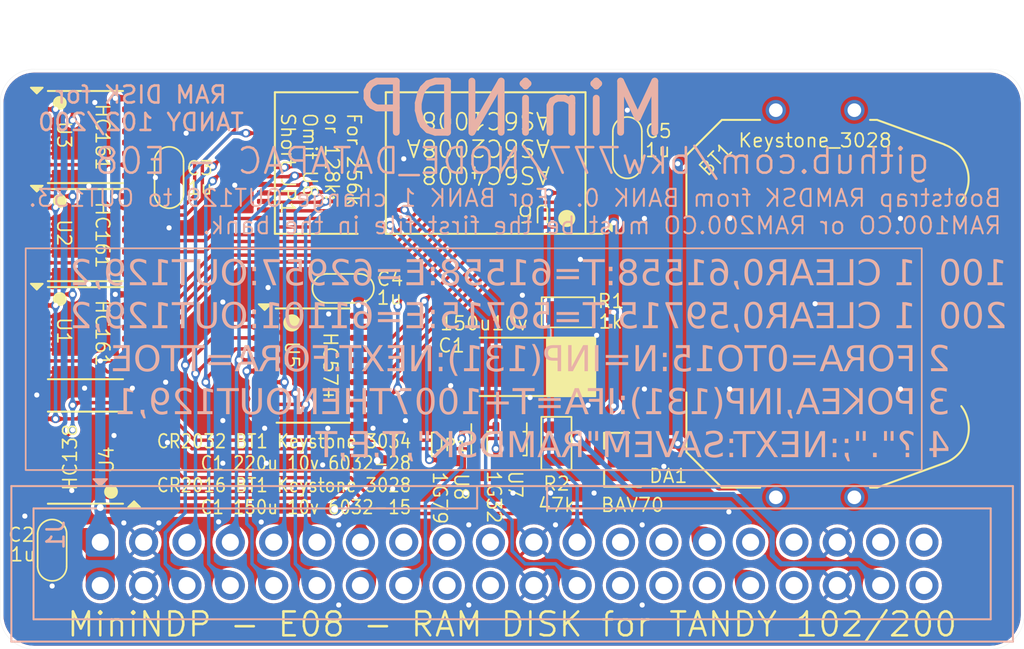
<source format=kicad_pcb>
(kicad_pcb (version 20240108) (generator "pcbnew") (generator_version "8.0")
  (title_block (title "MiniNDP") (date "2024-12-01") (rev "E08") (company "Brian K. White - b.kenyon.w@gmail.com") (comment 1 "github.com/bkw777/NODE_DATAPAC"))
  (layers (0 "F.Cu" signal) (31 "B.Cu" signal) (34 "B.Paste" user) (35 "F.Paste" user) (36 "B.SilkS" user "B.Silkscreen") (37 "F.SilkS" user "F.Silkscreen") (38 "B.Mask" user) (39 "F.Mask" user) (44 "Edge.Cuts" user))
  (net 0 "")
  (net 1 "GND")
  (net 2 "VMEM")
  (net 3 "VBUS")
  (net 4 "/AD0")
  (net 5 "/AD1")
  (net 6 "/AD2")
  (net 7 "/AD3")
  (net 8 "/AD4")
  (net 9 "/AD5")
  (net 10 "/AD6")
  (net 11 "/AD7")
  (net 12 "/A8")
  (net 13 "/A9")
  (net 14 "/A10")
  (net 15 "/A11")
  (net 16 "/A12")
  (net 17 "/A13")
  (net 18 "/A14")
  (net 19 "/A15")
  (net 20 "/~{RD}")
  (net 21 "/RAMRST")
  (net 22 "/~{Y0}")
  (net 23 "/(A)")
  (net 29 "/~{BLOCK}")
  (net 30 "/~{BYTE}")
  (net 31 "/TC0")
  (net 34 "/BUS_A10")
  (net 38 "/A5")
  (net 39 "/A6")
  (net 40 "/TC1")
  (net 41 "/~{CE}")
  (net 42 "/A7")
  (net 43 "+BATT")
  (net 44 "/BUS_A8")
  (net 45 "/BUS_A9")
  (net 46 "/A16")
  (net 47 "/A17")
  (net 48 "/A0")
  (net 49 "/A1")
  (net 50 "/A2")
  (net 51 "/A3")
  (net 52 "/A4")
  (net 65 "/A18_CE2")
  (net 68 "/~{WR}")
  (net 69 "Net-(C1-Pad1)")
  (footprint "000_LOCAL:CP_6032" (layer "F.Cu") (at 153.05 103.475 180)
    (property "Reference" "C1")
    (property "Value" "150u10v")
  )
  (footprint "000_LOCAL:TSSOP-16" (layer "F.Cu") (at 126.95 108.8 180)
    (property "Reference" "U4")
    (property "Value" "HC138")
  )
  (footprint "000_LOCAL:TSSOP-20" (layer "F.Cu") (at 140.3 103.4)
    (property "Reference" "U5")
    (property "Value" "HC574")
  )
  (footprint "000_LOCAL:C_0805" (layer "F.Cu") (at 142.05 98.875 180)
    (property "Reference" "C4")
    (property "Value" "1u")
  )
  (footprint "000_LOCAL:Fiducial_0.75_1.5" (layer "F.Cu") (at 179.95 88.025 180)
    (property "Reference" "F3" (hide yes))
    (property "Value" "Fiducial_0.75_1.5" (hide yes))
  )
  (footprint "000_LOCAL:TSSOP-16" (layer "F.Cu") (at 126.949999 95.75)
    (property "Reference" "U2")
    (property "Value" "HC161")
  )
  (footprint "000_LOCAL:C_0805" (layer "F.Cu") (at 158.7 90.625 90)
    (property "Reference" "C5")
    (property "Value" "1u")
  )
  (footprint "000_LOCAL:R_0805" (layer "F.Cu") (at 155.250002 100.275 180)
    (property "Reference" "R1")
    (property "Value" "1k")
  )
  (footprint "000_LOCAL:SOT-23" (layer "F.Cu") (at 158.1 108.925 180)
    (property "Reference" "DA1")
    (property "Value" "BAV70")
  )
  (footprint "000_LOCAL:SOT-353_SC-70-5" (layer "F.Cu") (at 151.65 107.975 -90)
    (property "Reference" "U7")
    (property "Value" "1G32")
  )
  (footprint "000_LOCAL:SOT-353_SC-70-5" (layer "F.Cu") (at 148.4 108.025 -90)
    (property "Reference" "U8")
    (property "Value" "1G79")
  )
  (footprint "000_LOCAL:R_0805" (layer "F.Cu") (at 154.55 107.975 90)
    (property "Reference" "R2")
    (property "Value" "47k")
  )
  (footprint "000_LOCAL:C_0805" (layer "F.Cu") (at 131.85 92.375 90)
    (property "Reference" "C3")
    (property "Value" "1u")
  )
  (footprint "000_LOCAL:MiniNDP_Cover_THIN" (layer "F.Cu") (at 151.95 103)
    (property "Reference" "N1")
    (property "Value" "MiniNDP_Cover_THIN")
  )
  (footprint "000_LOCAL:TSSOP-16" (layer "F.Cu") (at 126.95 90)
    (property "Reference" "U3")
    (property "Value" "HC161")
  )
  (footprint "000_LOCAL:Fiducial_0.75_1.5" (layer "F.Cu") (at 123.95 118.025)
    (property "Reference" "F3" (hide yes))
    (property "Value" "Fiducial_0.75_1.5" (hide yes))
  )
  (footprint "000_LOCAL:SolderJumper-2_Open 0.65mm" (layer "F.Cu") (at 148.400002 108.975001 180)
    (property "Reference" "JP1")
    (property "Value" "256k" (hide yes))
  )
  (footprint "000_LOCAL:Fiducial_0.75_1.5" (layer "F.Cu") (at 179.95 118.025 90)
    (property "Reference" "F3" (hide yes))
    (property "Value" "Fiducial_0.75_1.5" (hide yes))
  )
  (footprint "000_LOCAL:Keystone_3028_3034" (layer "F.Cu") (at 169.7 99.775 90)
    (property "Reference" "BT1")
    (property "Value" "Keystone_3028")
  )
  (footprint "000_LOCAL:TSOP32-dual" (layer "F.Cu") (at 150.4 91.525 180)
    (property "Reference" "U6")
    (property "Value" "AS6C4008")
  )
  (footprint "000_LOCAL:TSSOP-16" (layer "F.Cu") (at 126.95 101.5)
    (property "Reference" "U1")
    (property "Value" "HC161")
  )
  (footprint "000_LOCAL:C_0805" (layer "F.Cu") (at 125 114.225 -90)
    (property "Reference" "C2")
    (property "Value" "1u")
  )
  (footprint "000_LOCAL:IDC-Header_2x20_P2.54mm_Vertical" (layer "B.Cu") (at 127.82 113.755 -90)
    (property "Reference" "J1")
    (property "Value" "Conn_02x20_Odd_Even")
  )
  (gr_poly (pts (xy 128.064 97.575) (xy 127.864 97.375) (xy 128.264 97.375)) (stroke (width 0.2)) (fill solid) (layer "F.Cu") (net 31))
  (gr_poly (pts (xy 128.064 91.825) (xy 127.864 91.625) (xy 128.264 91.625)) (stroke (width 0.2)) (fill solid) (layer "F.Cu") (net 40))
  (gr_poly (pts (xy 144.493 107.575) (xy 144.693 107.775) (xy 144.293 107.775)) (stroke (width 0.2)) (fill solid) (layer "F.Cu") (net 29))
  (gr_poly (pts (xy 142.95 107.575) (xy 142.95 110.275) (xy 144.1 109.125) (xy 144.1 108.725)) (stroke (width 0.6)) (fill solid) (layer "B.Cu") (net 3))
  (gr_rect (start 123.45 96.525) (end 175.95 109.525) (stroke (width 0.1)) (fill none) (layer "B.SilkS"))
  (gr_line (start 123.95 86.025) (end 179.95 86.025) (stroke (width 0.01)) (layer "Edge.Cuts"))
  (gr_arc (start 121.95 88.025) (mid 122.535786 86.610786) (end 123.95 86.025) (stroke (width 0.01)) (layer "Edge.Cuts"))
  (gr_line (start 179.95 120.025) (end 123.95 120.025) (stroke (width 0.01)) (layer "Edge.Cuts"))
  (gr_arc (start 179.95 86.024999) (mid 181.364214 86.610786) (end 181.950001 88.025) (stroke (width 0.01)) (layer "Edge.Cuts"))
  (gr_line (start 181.95 88.025) (end 181.95 118.025) (stroke (width 0.01)) (layer "Edge.Cuts"))
  (gr_arc (start 181.950001 118.025) (mid 181.364214 119.439214) (end 179.95 120.025001) (stroke (width 0.01)) (layer "Edge.Cuts"))
  (gr_line (start 121.95 118.025) (end 121.95 88.025) (stroke (width 0.01)) (layer "Edge.Cuts"))
  (gr_arc (start 123.95 120.025001) (mid 122.535786 119.439214) (end 121.949999 118.025) (stroke (width 0.01)) (layer "Edge.Cuts"))
  (gr_text "${TITLE}" (at 151.95 88.355 0) (layer "B.SilkS") (effects (font (size 3 3) (thickness 0.4)) (justify mirror)))
  (gr_text "${COMMENT1} - ${REVISION}" (at 151.95 91.403 0) (layer "B.SilkS") (effects (font (size 1.5 1.5)) (justify mirror)))
  (gr_text "Bootstrap RAMDSK from BANK 0.  For BANK 1 change OUT129 to OUT133.\nRAM100.CO or RAM200.CO must be the first file in the bank." (at 180.7 95.775 0) (layer "B.SilkS") (effects (font (size 1 1) (thickness 0.12)) (justify left bottom mirror)))
  (gr_text "100  1 CLEAR0,61558:T=61558:E=62957:OUT129,2\n200  1 CLEAR0,59715:T=59715:E=61101:OUT129,2\n     2 FORA=0TO15:N=INP(131):NEXT:FORA=TTOE\n     3 POKEA,INP(131):IFA=T+1007THENOUT129,1\n     4 ?{dblquote}.{dblquote};:NEXT:SAVEM{dblquote}RAMDSK{dblquote},T,E,T" (at 180.95 109.025 0) (layer "B.SilkS") (effects (font (size 1.5 1.5) (thickness 0.1)) (justify left bottom mirror)))
  (gr_text "RAM DISK for\nTANDY 102/200" (at 130.2 88.325 0) (layer "B.SilkS") (effects (font (size 1 1)) (justify mirror)))
  (gr_text "For 256k\nor 128k:\nOmit U8\nShort JP1" (at 143.15 88.525 270) (layer "F.SilkS") (effects (font (size 0.8 0.8) (thickness 0.1)) (justify left top)))
  (gr_text "CR2032 BT1 Keystone 3034\nC1 220u 10v 6032-28\nCR2016 BT1 Keystone 3028\nC1 150u 10v 6032-15\n" (at 146.1 109.775 0) (layer "F.SilkS") (effects (font (size 0.8 0.7) (thickness 0.1)) (justify right)))
  (gr_text "${TITLE} - ${REVISION} - RAM DISK for TANDY 102/200" (at 151.95 118.575 0) (layer "F.SilkS") (effects (font (size 1.4 1.4))))
  (gr_text "AS6C2008A\nAS6C1008" (at 154.25 91.225 180) (layer "F.SilkS") (effects (font (size 1 1) (thickness 0.1)) (justify left top)))
  (segment (start 123.15 89.675) (end 125.05 89.675) (width 0.2) (layer "F.Cu") (net 1))
  (segment (start 123.15 90.325) (end 125.05 90.325) (width 0.2) (layer "F.Cu") (net 1))
  (segment (start 123.15 95.425) (end 125.05 95.425) (width 0.2) (layer "F.Cu") (net 1))
  (segment (start 123.15 101.825) (end 125.05 101.825) (width 0.2) (layer "F.Cu") (net 1))
  (segment (start 123.15 96.075) (end 125.05 96.075) (width 0.2) (layer "F.Cu") (net 1))
  (segment (start 123.15 101.175) (end 125.05 101.175) (width 0.2) (layer "F.Cu") (net 1))
  (via (at 134.7542 112.5612) (size 0.5) (drill 0.3) (layers "F.Cu" "B.Cu") (net 1))
  (via (at 131.757 107.913) (size 0.5) (drill 0.3) (layers "F.Cu" "B.Cu") (net 1))
  (via (at 141.79 117.438) (size 0.5) (drill 0.3) (layers "F.Cu" "B.Cu") (net 1))
  (via (at 159.57 112.739) (size 0.5) (drill 0.3) (layers "F.Cu" "B.Cu") (net 1))
  (via (at 160.84 109.31) (size 0.5) (drill 0.3) (layers "F.Cu" "B.Cu") (net 1))
  (via (at 169.7 99.775) (size 0.5) (drill 0.3) (layers "F.Cu" "B.Cu") (net 1))
  (via (at 155.95 97.175) (size 0.5) (drill 0.3) (layers "F.Cu" "B.Cu") (net 1))
  (via (at 164.7 94.775) (size 0.5) (drill 0.3) (layers "F.Cu" "B.Cu") (net 1))
  (via (at 137.65 98.825) (size 0.5) (drill 0.3) (layers "F.Cu" "B.Cu") (net 1))
  (via (at 131.85 95.325) (size 0.5) (drill 0.3) (layers "F.Cu" "B.Cu") (net 1))
  (via (at 141.79 112.739) (size 0.5) (drill 0.3) (layers "F.Cu" "B.Cu") (net 1))
  (via (at 129.7 104.725) (size 0.5) (drill 0.3) (layers "F.Cu" "B.Cu") (net 1))
  (via (at 174.7 94.775) (size 0.5) (drill 0.3) (layers "F.Cu" "B.Cu") (net 1))
  (via (at 154.49 112.739) (size 0.5) (drill 0.3) (layers "F.Cu" "B.Cu") (net 1))
  (via (at 124.1 105.125) (size 0.5) (drill 0.3) (layers "F.Cu" "B.Cu") (net 1))
  (via (at 127.5 87.975) (size 0.5) (drill 0.3) (layers "F.Cu" "B.Cu") (net 1))
  (via (at 149.25 110.875) (size 0.5) (drill 0.3) (layers "F.Cu" "B.Cu") (net 1))
  (via (at 159.7 94.775) (size 0.5) (drill 0.3) (layers "F.Cu" "B.Cu") (net 1))
  (via (at 144.95 110.625) (size 0.5) (drill 0.3) (layers "F.Cu" "B.Cu") (net 1))
  (via (at 156.75 110.875) (size 0.5) (drill 0.3) (layers "F.Cu" "B.Cu") (net 1))
  (via (at 159.57 117.438) (size 0.5) (drill 0.3) (layers "F.Cu" "B.Cu") (net 1))
  (via (at 131.65 104.375) (size 0.5) (drill 0.3) (layers "F.Cu" "B.Cu") (net 1))
  (via (at 141.2 100.375) (size 0.5) (drill 0.3) (layers "F.Cu" "B.Cu") (net 1))
  (via (at 131.25 112.625) (size 0.5) (drill 0.3) (layers "F.Cu" "B.Cu") (net 1))
  (via (at 126.9 104.725) (size 0.5) (drill 0.3) (layers "F.Cu" "B.Cu") (net 1))
  (via (at 123.4 112.225) (size 0.5) (drill 0.3) (layers "F.Cu" "B.Cu") (net 1))
  (via (at 145.6 91.275) (size 0.5) (drill 0.3) (layers "F.Cu" "B.Cu") (net 1))
  (via (at 132.85 89.775) (size 0.5) (drill 0.3) (layers "F.Cu" "B.Cu") (net 1))
  (via (at 164.7 104.775) (size 0.5) (drill 0.3) (layers "F.Cu" "B.Cu") (net 1))
  (via (at 129.2 112.625) (size 0.5) (drill 0.3) (layers "F.Cu" "B.Cu") (net 1))
  (via (at 153 105.275) (size 0.5) (drill 0.3) (layers "F.Cu" "B.Cu") (net 1))
  (via (at 135 109.125) (size 0.5) (drill 0.3) (layers "F.Cu" "B.Cu") (net 1))
  (via (at 125 116.325) (size 0.5) (drill 0.3) (layers "F.Cu" "B.Cu") (net 1))
  (via (at 137.45 107.075) (size 0.5) (drill 0.3) (layers "F.Cu" "B.Cu") (net 1))
  (via (at 127.15 92.875) (size 0.5) (drill 0.3) (layers "F.Cu" "B.Cu") (net 1))
  (via (at 135 99.675) (size 0.5) (drill 0.3) (layers "F.Cu" "B.Cu") (net 1))
  (via (at 159.7 104.775) (size 0.5) (drill 0.3) (layers "F.Cu" "B.Cu") (net 1))
  (via (at 137.25 112.575) (size 0.5) (drill 0.3) (layers "F.Cu" "B.Cu") (net 1))
  (via (at 143.8 107.075) (size 0.5) (drill 0.3) (layers "F.Cu" "B.Cu") (net 1))
  (via (at 128.625 107.5) (size 0.5) (drill 0.3) (layers "F.Cu" "B.Cu") (net 1))
  (via (at 127.15 98.625) (size 0.5) (drill 0.3) (layers "F.Cu" "B.Cu") (net 1))
  (via (at 152 110.875) (size 0.5) (drill 0.3) (layers "F.Cu" "B.Cu") (net 1))
  (via (at 135 106.625) (size 0.5) (drill 0.3) (layers "F.Cu" "B.Cu") (net 1))
  (via (at 158.7 88.425) (size 0.5) (drill 0.3) (layers "F.Cu" "B.Cu") (net 1))
  (via (at 141.15 107.075) (size 0.5) (drill 0.3) (layers "F.Cu" "B.Cu") (net 1))
  (via (at 126.15 110.725) (size 0.5) (drill 0.3) (layers "F.Cu" "B.Cu") (net 1))
  (via (at 137.55 109.125) (size 0.5) (drill 0.3) (layers "F.Cu" "B.Cu") (net 1))
  (via (at 148.35 104.575) (size 0.5) (drill 0.3) (layers "F.Cu" "B.Cu") (net 1))
  (via (at 156.4 105.725) (size 0.5) (drill 0.3) (layers "F.Cu" "B.Cu") (net 1))
  (via (at 149.41 112.739) (size 0.5) (drill 0.3) (layers "F.Cu" "B.Cu") (net 1))
  (via (at 174.7 104.775) (size 0.5) (drill 0.3) (layers "F.Cu" "B.Cu") (net 1))
  (via (at 131.05 92.375) (size 0.5) (drill 0.3) (layers "F.Cu" "B.Cu") (net 1))
  (via (at 140.85 109.225) (size 0.5) (drill 0.3) (layers "F.Cu" "B.Cu") (net 1))
  (via (at 156.9 101.625) (size 0.5) (drill 0.3) (layers "F.Cu" "B.Cu") (net 1))
  (via (at 135.7 92.825) (size 0.5) (drill 0.3) (layers "F.Cu" "B.Cu") (net 1))
  (via (at 145.7 106.625) (size 0.5) (drill 0.3) (layers "F.Cu" "B.Cu") (net 1))
  (via (at 154.2 110.875) (size 0.5) (drill 0.3) (layers "F.Cu" "B.Cu") (net 1))
  (via (at 149.41 117.438) (size 0.5) (drill 0.3) (layers "F.Cu" "B.Cu") (net 1))
  (via (at 152.55 99.275) (size 0.5) (drill 0.3) (layers "F.Cu" "B.Cu") (net 1))
  (via (at 164.65 111.977) (size 0.5) (drill 0.3) (layers "F.Cu" "B.Cu") (net 1))
  (segment (start 156.95 108.925) (end 154.55 108.925) (width 0.6) (layer "F.Cu") (net 2))
  (segment (start 157.9 100.275) (end 156.200002 100.275) (width 0.6) (layer "F.Cu") (net 2))
  (segment (start 158.25 91.525) (end 158.7 91.525) (width 0.6) (layer "F.Cu") (net 2))
  (segment (start 158.45 91.775) (end 156.9 91.775) (width 0.3) (layer "F.Cu") (net 2))
  (segment (start 157.9 95.025) (end 157.9 91.875) (width 0.6) (layer "F.Cu") (net 2))
  (segment (start 157.05 108.825) (end 156.95 108.925) (width 0.6) (layer "F.Cu") (net 2))
  (segment (start 157.9 91.875) (end 158.25 91.525) (width 0.6) (layer "F.Cu") (net 2))
  (segment (start 152.3 108.925) (end 154.55 108.925) (width 0.4) (layer "F.Cu") (net 2))
  (segment (start 157.05 106.625) (end 157.05 108.825) (width 0.6) (layer "F.Cu") (net 2))
  (segment (start 158.7 91.525) (end 158.45 91.775) (width 0.3) (layer "F.Cu") (net 2))
  (segment (start 157.9 105.775) (end 157.05 106.625) (width 0.6) (layer "F.Cu") (net 2))
  (via (at 157.9 95.025) (size 0.6) (drill 0.3) (layers "F.Cu" "B.Cu") (net 2))
  (via (at 157.9 100.275) (size 0.6) (drill 0.3) (layers "F.Cu" "B.Cu") (net 2))
  (via (at 157.9 105.775) (size 0.6) (drill 0.3) (layers "F.Cu" "B.Cu") (net 2))
  (segment (start 157.9 105.775) (end 157.9 100.275) (width 0.6) (layer "B.Cu") (net 2))
  (segment (start 157.9 95.025) (end 157.9 100.275) (width 0.6) (layer "B.Cu") (net 2))
  (segment (start 128.7 99.225) (end 129.8 99.225) (width 0.35) (layer "F.Cu") (net 3))
  (segment (start 125 113.325) (end 127.39 113.325) (width 0.8) (layer "F.Cu") (net 3))
  (segment (start 128.25 103.775) (end 129.8 103.775) (width 0.2) (layer "F.Cu") (net 3))
  (segment (start 127.87 111.775) (end 127.82 111.725) (width 0.6) (layer "F.Cu") (net 3))
  (segment (start 124.7 111.225) (end 124.7 113.025) (width 0.6) (layer "F.Cu") (net 3))
  (segment (start 127.39 113.325) (end 127.82 113.755) (width 0.8) (layer "F.Cu") (net 3))
  (segment (start 141.5 111.775) (end 127.87 111.775) (width 0.6) (layer "F.Cu") (net 3))
  (segment (start 142.95 99.875) (end 142.95 100.275) (width 0.4) (layer "F.Cu") (net 3))
  (segment (start 142.95 99.875) (end 142.95 98.875) (width 0.4) (layer "F.Cu") (net 3))
  (segment (start 127.82 103.125) (end 129.8 103.125) (width 0.2) (layer "F.Cu") (net 3))
  (segment (start 129.8 93.474999) (end 129.8 92.275) (width 0.2) (layer "F.Cu") (net 3))
  (segment (start 128.7 93.475) (end 129.799999 93.475) (width 0.35) (layer "F.Cu") (net 3))
  (segment (start 124.7 111.225) (end 124.7 111.075) (width 0.35) (layer "F.Cu") (net 3))
  (segment (start 129.799999 93.475) (end 129.8 93.474999) (width 0.2) (layer "F.Cu") (net 3))
  (segment (start 149.05 109.875) (end 149.05 108.975) (width 0.4) (layer "F.Cu") (net 3))
  (segment (start 141.55 111.825) (end 141.5 111.775) (width 0.6) (layer "F.Cu") (net 3))
  (segment (start 127.82 103.125) (end 127.82 103.345) (width 0.2) (layer "F.Cu") (net 3))
  (segment (start 146.15 109.875) (end 159.25 109.875) (width 0.6) (layer "F.Cu") (net 3))
  (segment (start 129.8 87.725) (end 128.7 87.725) (width 0.35) (layer "F.Cu") (net 3))
  (segment (start 131.85 93.275) (end 131.65 93.475) (width 0.35) (layer "F.Cu") (net 3))
  (segment (start 127.82 103.345) (end 128.25 103.775) (width 0.2) (layer "F.Cu") (net 3))
  (segment (start 129.799999 99.224999) (end 129.8 99.225) (width 0.2) (layer "F.Cu") (net 3))
  (segment (start 124.7 113.025) (end 125 113.325) (width 0.6) (layer "F.Cu") (net 3))
  (segment (start 129.799999 98.025) (end 129.799999 99.224999) (width 0.2) (layer "F.Cu") (net 3))
  (segment (start 127.82 113.755) (end 127.82 116.295) (width 1.7) (layer "F.Cu") (net 3))
  (segment (start 131.65 93.475) (end 129.799999 93.475) (width 0.35) (layer "F.Cu") (net 3))
  (segment (start 144.05 108.975) (end 145.25 108.975) (width 0.6) (layer "F.Cu") (net 3))
  (segment (start 145.25 108.975) (end 146.15 109.875) (width 0.6) (layer "F.Cu") (net 3))
  (segment (start 142.95 100.275) (end 143.15 100.475) (width 0.35) (layer "F.Cu") (net 3))
  (segment (start 124.7 111.075) (end 124.1 111.075) (width 0.35) (layer "F.Cu") (net 3))
  (segment (start 124.1 103.125) (end 127.82 103.125) (width 0.2) (layer "F.Cu") (net 3))
  (via (at 127.82 103.125) (size 0.6) (drill 0.3) (layers "F.Cu" "B.Cu") (net 3))
  (via (at 128.7 87.725) (size 0.6) (drill 0.3) (layers "F.Cu" "B.Cu") (net 3))
  (via (at 128.7 93.475) (size 0.6) (drill 0.3) (layers "F.Cu" "B.Cu") (net 3))
  (via (at 127.82 111.725) (size 0.7) (drill 0.4) (layers "F.Cu" "B.Cu") (net 3))
  (via (at 141.55 111.825) (size 0.7) (drill 0.4) (layers "F.Cu" "B.Cu") (net 3))
  (via (at 142.95 99.875) (size 0.6) (drill 0.3) (layers "F.Cu" "B.Cu") (net 3))
  (via (at 144.05 108.975) (size 0.7) (drill 0.4) (layers "F.Cu" "B.Cu") (net 3))
  (via (at 128.7 99.225) (size 0.6) (drill 0.3) (layers "F.Cu" "B.Cu") (net 3))
  (segment (start 144.1 109.275) (end 144.1 108.725) (width 0.6) (layer "B.Cu") (net 3))
  (segment (start 144.1 108.725) (end 142.95 107.575) (width 0.6) (layer "B.Cu") (net 3))
  (segment (start 128.7 102.245) (end 127.82 103.125) (width 0.6) (layer "B.Cu") (net 3))
  (segment (start 128.7 87.725) (end 128.7 99.225) (width 0.6) (layer "B.Cu") (net 3))
  (segment (start 127.82 111.725) (end 127.82 113.755) (width 0.6) (layer "B.Cu") (net 3))
  (segment (start 128.7 99.225) (end 128.7 102.245) (width 0.6) (layer "B.Cu") (net 3))
  (segment (start 141.55 111.825) (end 144.1 109.275) (width 0.6) (layer "B.Cu") (net 3))
  (segment (start 142.95 107.575) (end 142.95 99.875) (width 0.6) (layer "B.Cu") (net 3))
  (segment (start 127.82 111.725) (end 127.82 103.15) (width 0.6) (layer "B.Cu") (net 3))
  (segment (start 135.05 101.125) (end 137.45 101.125) (width 0.2) (layer "F.Cu") (net 4))
  (segment (start 143.9 89.775) (end 137.4 89.775) (width 0.2) (layer "F.Cu") (net 4))
  (segment (start 137.4 89.775) (end 136.35 89.775) (width 0.2) (layer "F.Cu") (net 4))
  (segment (start 132.8 103.375) (end 135.05 101.125) (width 0.2) (layer "F.Cu") (net 4))
  (via (at 136.35 89.775) (size 0.5) (drill 0.3) (layers "F.Cu" "B.Cu") (net 4))
  (via (at 132.8 103.375) (size 0.5) (drill 0.3) (layers "F.Cu" "B.Cu") (net 4))
  (segment (start 132.8 103.375) (end 132.8 112.025) (width 0.2) (layer "B.Cu") (net 4))
  (segment (start 131.63 113.195) (end 131.63 115.025) (width 0.2) (layer "B.Cu") (net 4))
  (segment (start 136.35 89.775) (end 135.5 89.775) (width 0.2) (layer "B.Cu") (net 4))
  (segment (start 132.8 112.025) (end 131.63 113.195) (width 0.2) (layer "B.Cu") (net 4))
  (segment (start 135.5 89.775) (end 132.8 92.475) (width 0.2) (layer "B.Cu") (net 4))
  (segment (start 132.8 92.475) (end 132.8 103.375) (width 0.2) (layer "B.Cu") (net 4))
  (segment (start 131.63 115.025) (end 132.9 116.295) (width 0.2) (layer "B.Cu") (net 4))
  (segment (start 135.5 101.775) (end 137.45 101.775) (width 0.2) (layer "F.Cu") (net 5))
  (segment (start 134.4 91.725) (end 135.8 90.325) (width 0.2) (layer "F.Cu") (net 5))
  (segment (start 137.425 90.275) (end 143.9 90.275) (width 0.2) (layer "F.Cu") (net 5))
  (segment (start 135.8 90.325) (end 137.375 90.325) (width 0.2) (layer "F.Cu") (net 5))
  (segment (start 133.4 103.875) (end 135.5 101.775) (width 0.2) (layer "F.Cu") (net 5))
  (segment (start 137.375 90.325) (end 137.425 90.275) (width 0.2) (layer "F.Cu") (net 5))
  (via (at 133.4 103.875) (size 0.5) (drill 0.3) (layers "F.Cu" "B.Cu") (net 5))
  (via (at 134.4 91.725) (size 0.5) (drill 0.3) (layers "F.Cu" "B.Cu") (net 5))
  (segment (start 134.4 91.725) (end 133.4 92.725) (width 0.2) (layer "B.Cu") (net 5))
  (segment (start 133.4 92.725) (end 133.4 103.875) (width 0.2) (layer "B.Cu") (net 5))
  (segment (start 133.4 113.255) (end 132.9 113.755) (width 0.2) (layer "B.Cu") (net 5))
  (segment (start 133.4 103.875) (end 133.4 113.255) (width 0.2) (layer "B.Cu") (net 5))
  (segment (start 136.15 90.825) (end 137.35 90.825) (width 0.2) (layer "F.Cu") (net 6))
  (segment (start 135.75 102.425) (end 137.45 102.425) (width 0.2) (layer "F.Cu") (net 6))
  (segment (start 134.4 92.575) (end 136.15 90.825) (width 0.2) (layer "F.Cu") (net 6))
  (segment (start 143.85 90.725) (end 143.9 90.775) (width 0.2) (layer "F.Cu") (net 6))
  (segment (start 137.45 90.725) (end 143.85 90.725) (width 0.2) (layer "F.Cu") (net 6))
  (segment (start 134 104.175) (end 135.75 102.425) (width 0.2) (layer "F.Cu") (net 6))
  (segment (start 137.35 90.825) (end 137.45 90.725) (width 0.2) (layer "F.Cu") (net 6))
  (segment (start 134 104.375) (end 134 104.175) (width 0.2) (layer "F.Cu") (net 6))
  (via (at 134 104.375) (size 0.5) (drill 0.3) (layers "F.Cu" "B.Cu") (net 6))
  (via (at 134.4 92.575) (size 0.5) (drill 0.3) (layers "F.Cu" "B.Cu") (net 6))
  (segment (start 134 104.375) (end 134.17 104.545) (width 0.2) (layer "B.Cu") (net 6))
  (segment (start 134.17 115.025) (end 135.44 116.295) (width 0.2) (layer "B.Cu") (net 6))
  (segment (start 134.17 104.545) (end 134.17 115.025) (width 0.2) (layer "B.Cu") (net 6))
  (segment (start 134.4 92.575) (end 134 92.975) (width 0.2) (layer "B.Cu") (net 6))
  (segment (start 134 92.975) (end 134 104.375) (width 0.2) (layer "B.Cu") (net 6))
  (segment (start 135.95 103.075) (end 137.45 103.075) (width 0.2) (layer "F.Cu") (net 7))
  (segment (start 138.6625 91.725) (end 143.85 91.725) (width 0.2) (layer "F.Cu") (net 7))
  (segment (start 137.4 91.775) (end 138.6125 91.775) (width 0.2) (layer "F.Cu") (net 7))
  (segment (start 143.85 91.725) (end 143.9 91.775) (width 0.2) (layer "F.Cu") (net 7))
  (segment (start 138.6125 91.775) (end 138.6625 91.725) (width 0.2) (layer "F.Cu") (net 7))
  (via (at 138.6125 91.775) (size 0.5) (drill 0.3) (layers "F.Cu" "B.Cu") (net 7))
  (via (at 135.95 103.075) (size 0.5) (drill 0.3) (layers "F.Cu" "B.Cu") (net 7))
  (segment (start 135.95 103.075) (end 135.8 103.225) (width 0.2) (layer "B.Cu") (net 7))
  (segment (start 135.8 103.225) (end 135.8 113.395) (width 0.2) (layer "B.Cu") (net 7))
  (segment (start 135.8 113.395) (end 135.44 113.755) (width 0.2) (layer "B.Cu") (net 7))
  (segment (start 135.95 103.075) (end 135.95 94.4375) (width 0.2) (layer "B.Cu") (net 7))
  (segment (start 135.95 94.4375) (end 138.6125 91.775) (width 0.2) (layer "B.Cu") (net 7))
  (segment (start 139.1625 92.325) (end 139.2625 92.225) (width 0.2) (layer "F.Cu") (net 8))
  (segment (start 137.4 92.275) (end 137.45 92.325) (width 0.2) (layer "F.Cu") (net 8))
  (segment (start 143.85 92.225) (end 143.9 92.275) (width 0.2) (layer "F.Cu") (net 8))
  (segment (start 139.2625 92.225) (end 143.85 92.225) (width 0.2) (layer "F.Cu") (net 8))
  (segment (start 137.45 92.325) (end 139.1625 92.325) (width 0.2) (layer "F.Cu") (net 8))
  (segment (start 136.4 103.725) (end 137.45 103.725) (width 0.2) (layer "F.Cu") (net 8))
  (via (at 136.4 103.725) (size 0.5) (drill 0.3) (layers "F.Cu" "B.Cu") (net 8))
  (via (at 139.2125 92.275) (size 0.5) (drill 0.3) (layers "F.Cu" "B.Cu") (net 8))
  (segment (start 136.55 94.9375) (end 139.2125 92.275) (width 0.2) (layer "B.Cu") (net 8))
  (segment (start 136.55 103.575) (end 136.55 94.9375) (width 0.2) (layer "B.Cu") (net 8))
  (segment (start 136.4 103.725) (end 136.4 112.675) (width 0.2) (layer "B.Cu") (net 8))
  (segment (start 136.71 115.025) (end 137.98 116.295) (width 0.2) (layer "B.Cu") (net 8))
  (segment (start 136.4 112.675) (end 136.71 112.985) (width 0.2) (layer "B.Cu") (net 8))
  (segment (start 136.71 112.985) (end 136.71 115.025) (width 0.2) (layer "B.Cu") (net 8))
  (segment (start 136.4 103.725) (end 136.55 103.575) (width 0.2) (layer "B.Cu") (net 8))
  (segment (start 143.85 92.725) (end 143.9 92.775) (width 0.2) (layer "F.Cu") (net 9))
  (segment (start 139.7625 92.825) (end 139.8625 92.725) (width 0.2) (layer "F.Cu") (net 9))
  (segment (start 137.4 92.775) (end 137.45 92.825) (width 0.2) (layer "F.Cu") (net 9))
  (segment (start 138.615 104.375) (end 137.45 104.375) (width 0.2) (layer "F.Cu") (net 9))
  (segment (start 139.8625 92.725) (end 143.85 92.725) (width 0.2) (layer "F.Cu") (net 9))
  (segment (start 137.45 92.825) (end 139.7625 92.825) (width 0.2) (layer "F.Cu") (net 9))
  (via (at 138.615 104.375) (size 0.5) (drill 0.3) (layers "F.Cu" "B.Cu") (net 9))
  (via (at 139.8125 92.775) (size 0.5) (drill 0.3) (layers "F.Cu" "B.Cu") (net 9))
  (segment (start 138.615 113.12) (end 137.98 113.755) (width 0.2) (layer "B.Cu") (net 9))
  (segment (start 138.615 93.9725) (end 138.615 104.375) (width 0.2) (layer "B.Cu") (net 9))
  (segment (start 139.8125 92.775) (end 138.615 93.9725) (width 0.2) (layer "B.Cu") (net 9))
  (segment (start 138.615 104.375) (end 138.615 113.12) (width 0.2) (layer "B.Cu") (net 9))
  (segment (start 139.25 105.025) (end 137.45 105.025) (width 0.2) (layer "F.Cu") (net 10))
  (segment (start 137.45 93.325) (end 137.4 93.275) (width 0.2) (layer "F.Cu") (net 10))
  (segment (start 140.3625 93.325) (end 137.45 93.325) (width 0.2) (layer "F.Cu") (net 10))
  (segment (start 143.9 93.275) (end 143.85 93.225) (width 0.2) (layer "F.Cu") (net 10))
  (segment (start 140.4125 93.275) (end 140.3625 93.325) (width 0.2) (layer "F.Cu") (net 10))
  (segment (start 143.85 93.225) (end 140.4625 93.225) (width 0.2) (layer "F.Cu") (net 10))
  (segment (start 140.4625 93.225) (end 140.4125 93.275) (width 0.2) (layer "F.Cu") (net 10))
  (via (at 140.4125 93.275) (size 0.5) (drill 0.3) (layers "F.Cu" "B.Cu") (net 10))
  (via (at 139.25 105.025) (size 0.5) (drill 0.3) (layers "F.Cu" "B.Cu") (net 10))
  (segment (start 139.25 94.4375) (end 140.4125 93.275) (width 0.2) (layer "B.Cu") (net 10))
  (segment (start 139.25 105.025) (end 139.25 94.4375) (width 0.2) (layer "B.Cu") (net 10))
  (segment (start 139.25 115.025) (end 140.52 116.295) (width 0.2) (layer "B.Cu") (net 10))
  (segment (start 139.25 105.025) (end 139.25 115.025) (width 0.2) (layer "B.Cu") (net 10))
  (segment (start 137.45 93.825) (end 137.4 93.775) (width 0.2) (layer "F.Cu") (net 11))
  (segment (start 140.9625 93.825) (end 137.45 93.825) (width 0.2) (layer "F.Cu") (net 11))
  (segment (start 139.85 105.675) (end 137.45 105.675) (width 0.2) (layer "F.Cu") (net 11))
  (segment (start 141.0125 93.775) (end 140.9625 93.825) (width 0.2) (layer "F.Cu") (net 11))
  (segment (start 143.9 93.775) (end 141.0125 93.775) (width 0.2) (layer "F.Cu") (net 11))
  (via (at 139.85 105.675) (size 0.5) (drill 0.3) (layers "F.Cu" "B.Cu") (net 11))
  (via (at 141.0125 93.775) (size 0.5) (drill 0.3) (layers "F.Cu" "B.Cu") (net 11))
  (segment (start 139.85 105.675) (end 139.85 94.9375) (width 0.2) (layer "B.Cu") (net 11))
  (segment (start 139.85 105.675) (end 139.85 113.085) (width 0.2) (layer "B.Cu") (net 11))
  (segment (start 139.85 113.085) (end 140.52 113.755) (width 0.2) (layer "B.Cu") (net 11))
  (segment (start 139.85 94.9375) (end 141.0125 93.775) (width 0.2) (layer "B.Cu") (net 11))
  (segment (start 137.4 87.775) (end 132.25 87.775) (width 0.2) (layer "F.Cu") (net 12))
  (segment (start 143.9 87.775) (end 137.4 87.775) (width 0.2) (layer "F.Cu") (net 12))
  (segment (start 131 89.025) (end 129.8 89.025) (width 0.2) (layer "F.Cu") (net 12))
  (segment (start 132.25 87.775) (end 131 89.025) (width 0.2) (layer "F.Cu") (net 12))
  (segment (start 131.1 89.675) (end 129.8 89.675) (width 0.2) (layer "F.Cu") (net 13))
  (segment (start 132.5 88.275) (end 131.1 89.675) (width 0.2) (layer "F.Cu") (net 13))
  (segment (start 137.4 88.275) (end 132.5 88.275) (width 0.2) (layer "F.Cu") (net 13))
  (segment (start 143.9 88.275) (end 137.4 88.275) (width 0.2) (layer "F.Cu") (net 13))
  (segment (start 144.25 100.825) (end 144.25 99.525) (width 0.2) (layer "F.Cu") (net 14))
  (segment (start 143.95 101.125) (end 144.25 100.825) (width 0.2) (layer "F.Cu") (net 14))
  (segment (start 153.5 90.275) (end 156.9 90.275) (width 0.2) (layer "F.Cu") (net 14))
  (segment (start 143.15 101.125) (end 143.95 101.125) (width 0.2) (layer "F.Cu") (net 14))
  (segment (start 144.25 99.525) (end 153.5 90.275) (width 0.2) (layer "F.Cu") (net 14))
  (segment (start 153.6 90.775) (end 156.9 90.775) (width 0.2) (layer "F.Cu") (net 15))
  (segment (start 143.95 101.775) (end 144.65 101.075) (width 0.2) (layer "F.Cu") (net 15))
  (segment (start 143.15 101.775) (end 143.95 101.775) (width 0.2) (layer "F.Cu") (net 15))
  (segment (start 144.65 101.075) (end 144.65 99.725) (width 0.2) (layer "F.Cu") (net 15))
  (segment (start 144.65 99.725) (end 153.6 90.775) (width 0.2) (layer "F.Cu") (net 15))
  (segment (start 153.3 92.275) (end 156.9 92.275) (width 0.2) (layer "F.Cu") (net 16))
  (segment (start 146 100.675) (end 146 99.575) (width 0.2) (layer "F.Cu") (net 16))
  (segment (start 143.15 102.425) (end 144.25 102.425) (width 0.2) (layer "F.Cu") (net 16))
  (segment (start 146 99.575) (end 153.3 92.275) (width 0.2) (layer "F.Cu") (net 16))
  (segment (start 144.25 102.425) (end 146 100.675) (width 0.2) (layer "F.Cu") (net 16))
  (segment (start 153.45 93.825) (end 156.85 93.825) (width 0.2) (layer "F.Cu") (net 17))
  (segment (start 144.2 103.075) (end 153.45 93.825) (width 0.2) (layer "F.Cu") (net 17))
  (segment (start 143.15 103.075) (end 144.2 103.075) (width 0.2) (layer "F.Cu") (net 17))
  (segment (start 156.85 93.825) (end 156.9 93.775) (width 0.2) (layer "F.Cu") (net 17))
  (segment (start 153.6 94.275) (end 156.9 94.275) (width 0.2) (layer "F.Cu") (net 18))
  (segment (start 144.15 103.725) (end 153.6 94.275) (width 0.2) (layer "F.Cu") (net 18))
  (segment (start 143.15 103.725) (end 144.15 103.725) (width 0.2) (layer "F.Cu") (net 18))
  (segment (start 143.15 104.375) (end 144.096078 104.375) (width 0.2) (layer "F.Cu") (net 19))
  (segment (start 144.096078 104.375) (end 153.696078 94.775) (width 0.2) (layer "F.Cu") (net 19))
  (segment (start 153.696078 94.775) (end 156.9 94.775) (width 0.2) (layer "F.Cu") (net 19))
  (segment (start 144.75 95.225) (end 144.8 95.175) (width 0.2) (layer "F.Cu") (net 20))
  (segment (start 143.9 95.275) (end 143.95 95.225) (width 0.2) (layer "F.Cu") (net 20))
  (segment (start 143.95 95.225) (end 144.75 95.225) (width 0.2) (layer "F.Cu") (net 20))
  (segment (start 137.4 95.275) (end 143.9 95.275) (width 0.2) (layer "F.Cu") (net 20))
  (via (at 144.8 95.175) (size 0.5) (drill 0.3) (layers "F.Cu" "B.Cu") (net 20))
  (segment (start 155.76 116.295) (end 154.49 115.025) (width 0.2) (layer "B.Cu") (net 20))
  (segment (start 150.4 100.775) (end 144.8 95.175) (width 0.2) (layer "B.Cu") (net 20))
  (segment (start 154.49 115.025) (end 152.712 115.025) (width 0.2) (layer "B.Cu") (net 20))
  (segment (start 152.712 115.025) (end 151.95 114.263) (width 0.2) (layer "B.Cu") (net 20))
  (segment (start 151.95 112.485) (end 150.4 110.935) (width 0.2) (layer "B.Cu") (net 20))
  (segment (start 150.4 110.935) (end 150.4 100.775) (width 0.2) (layer "B.Cu") (net 20))
  (segment (start 151.95 114.263) (end 151.95 112.485) (width 0.2) (layer "B.Cu") (net 20))
  (segment (start 154.55 107.025) (end 152.3 107.025) (width 0.3) (layer "F.Cu") (net 21))
  (segment (start 155.8 107.65) (end 155.175 107.025) (width 0.3) (layer "F.Cu") (net 21))
  (segment (start 155.175 107.025) (end 154.55 107.025) (width 0.3) (layer "F.Cu") (net 21))
  (via (at 155.8 107.65) (size 0.5) (drill 0.3) (layers "F.Cu" "B.Cu") (net 21))
  (segment (start 167.19 113.247) (end 164.904 110.961) (width 0.3) (layer "B.Cu") (net 21))
  (segment (start 167.19 114.517) (end 167.19 113.247) (width 0.3) (layer "B.Cu") (net 21))
  (segment (start 159.111 110.961) (end 155.8 107.65) (width 0.3) (layer "B.Cu") (net 21))
  (segment (start 167.698 115.025) (end 167.19 114.517) (width 0.3) (layer "B.Cu") (net 21))
  (segment (start 173.54 116.295) (end 172.27 115.025) (width 0.3) (layer "B.Cu") (net 21))
  (segment (start 164.904 110.961) (end 159.111 110.961) (width 0.3) (layer "B.Cu") (net 21))
  (segment (start 172.27 115.025) (end 167.698 115.025) (width 0.3) (layer "B.Cu") (net 21))
  (segment (start 131.15 109.125) (end 132.4 110.375) (width 0.2) (layer "F.Cu") (net 22))
  (segment (start 161.7 112.075) (end 163.38 113.755) (width 0.2) (layer "F.Cu") (net 22))
  (segment (start 132.4 110.375) (end 142.3 110.375) (width 0.2) (layer "F.Cu") (net 22))
  (segment (start 142.3 110.375) (end 144 112.075) (width 0.2) (layer "F.Cu") (net 22))
  (segment (start 129.8 109.125) (end 131.15 109.125) (width 0.2) (layer "F.Cu") (net 22))
  (segment (start 144 112.075) (end 161.7 112.075) (width 0.2) (layer "F.Cu") (net 22))
  (segment (start 163.95 112.425) (end 164.65 113.125) (width 0.2) (layer "F.Cu") (net 23))
  (segment (start 132.675 109.975) (end 142.5 109.975) (width 0.2) (layer "F.Cu") (net 23))
  (segment (start 164.65 115.025) (end 165.92 116.295) (width 0.2) (layer "F.Cu") (net 23))
  (segment (start 130.525 107.825) (end 132.675 109.975) (width 0.2) (layer "F.Cu") (net 23))
  (segment (start 164.65 113.125) (end 164.65 115.025) (width 0.2) (layer "F.Cu") (net 23))
  (segment (start 162.2 111.675) (end 162.95 112.425) (width 0.2) (layer "F.Cu") (net 23))
  (segment (start 162.95 112.425) (end 163.95 112.425) (width 0.2) (layer "F.Cu") (net 23))
  (segment (start 144.2 111.675) (end 162.2 111.675) (width 0.2) (layer "F.Cu") (net 23))
  (segment (start 129.8 107.825) (end 130.525 107.825) (width 0.2) (layer "F.Cu") (net 23))
  (segment (start 142.5 109.975) (end 144.2 111.675) (width 0.2) (layer "F.Cu") (net 23))
  (segment (start 144.493 106.668) (end 144.2 106.375) (width 0.2) (layer "F.Cu") (net 29))
  (segment (start 126.35 105.575) (end 131.15 105.575) (width 0.2) (layer "F.Cu") (net 29))
  (segment (start 148.05 107.775) (end 148.4 107.425) (width 0.2) (layer "F.Cu") (net 29))
  (segment (start 144.593 107.775) (end 148.05 107.775) (width 0.2) (layer "F.Cu") (net 29))
  (segment (start 133.35 107.775) (end 144.393 107.775) (width 0.2) (layer "F.Cu") (net 29))
  (segment (start 126.2 99.225) (end 124.1 99.225) (width 0.2) (layer "F.Cu") (net 29))
  (segment (start 125.6 107.775) (end 124.15 107.775) (width 0.2) (layer "F.Cu") (net 29))
  (segment (start 131.15 105.575) (end 133.35 107.775) (width 0.2) (layer "F.Cu") (net 29))
  (segment (start 124.15 107.775) (end 124.1 107.825) (width 0.2) (layer "F.Cu") (net 29))
  (segment (start 126.2 105.725) (end 126.35 105.575) (width 0.2) (layer "F.Cu") (net 29))
  (segment (start 125.475 87.725) (end 124.1 87.725) (width 0.2) (layer "F.Cu") (net 29))
  (segment (start 126.2 107.175) (end 125.6 107.775) (width 0.2) (layer "F.Cu") (net 29))
  (segment (start 124.099999 93.475) (end 126.2 93.475) (width 0.2) (layer "F.Cu") (net 29))
  (segment (start 144.493 107.675) (end 144.593 107.775) (width 0.2) (layer "F.Cu") (net 29))
  (segment (start 143.2 106.375) (end 143.15 106.325) (width 0.2) (layer "F.Cu") (net 29))
  (segment (start 144.2 106.375) (end 143.2 106.375) (width 0.2) (layer "F.Cu") (net 29))
  (segment (start 126.2 89.025) (end 126.2 88.45) (width 0.2) (layer "F.Cu") (net 29))
  (segment (start 126.2 88.45) (end 125.475 87.725) (width 0.2) (layer "F.Cu") (net 29))
  (segment (start 144.493 107.675) (end 144.493 106.668) (width 0.2) (layer "F.Cu") (net 29))
  (segment (start 144.393 107.775) (end 144.493 107.675) (width 0.2) (layer "F.Cu") (net 29))
  (segment (start 148.4 107.425) (end 148.4 107.075001) (width 0.2) (layer "F.Cu") (net 29))
  (via (at 126.2 89.025) (size 0.5) (drill 0.3) (layers "F.Cu" "B.Cu") (net 29))
  (via (at 126.2 99.225) (size 0.5) (drill 0.3) (layers "F.Cu" "B.Cu") (net 29))
  (via (at 126.2 105.725) (size 0.5) (drill 0.3) (layers "F.Cu" "B.Cu") (net 29))
  (via (at 126.2 107.175) (size 0.5) (drill 0.3) (layers "F.Cu" "B.Cu") (net 29))
  (via (at 126.2 93.475) (size 0.5) (drill 0.3) (layers "F.Cu" "B.Cu") (net 29))
  (segment (start 126.2 99.225) (end 126.2 93.475) (width 0.2) (layer "B.Cu") (net 29))
  (segment (start 126.2 93.475) (end 126.2 89.025) (width 0.2) (layer "B.Cu") (net 29))
  (segment (start 126.2 99.225) (end 126.2 105.725) (width 0.2) (layer "B.Cu") (net 29))
  (segment (start 126.2 107.175) (end 126.2 105.725) (width 0.2) (layer "B.Cu") (net 29))
  (segment (start 151.4 107.675) (end 151.65 107.425) (width 0.2) (layer "F.Cu") (net 30))
  (segment (start 126.45 106.525) (end 127 105.975) (width 0.2) (layer "F.Cu") (net 30))
  (segment (start 124.1 88.375) (end 125.2 88.375) (width 0.2) (layer "F.Cu") (net 30))
  (segment (start 125.2 106.525) (end 126.45 106.525) (width 0.2) (layer "F.Cu") (net 30))
  (segment (start 149.95 108.275) (end 150.55 107.675) (width 0.2) (layer "F.Cu") (net 30))
  (segment (start 130.9 105.975) (end 133.2 108.275) (width 0.2) (layer "F.Cu") (net 30))
  (segment (start 151.65 107.425) (end 151.65 107.025001) (width 0.2) (layer "F.Cu") (net 30))
  (segment (start 133.2 108.275) (end 149.95 108.275) (width 0.2) (layer "F.Cu") (net 30))
  (segment (start 127 105.975) (end 130.9 105.975) (width 0.2) (layer "F.Cu") (net 30))
  (segment (start 125.2 106.525) (end 124.1 106.525) (width 0.2) (layer "F.Cu") (net 30))
  (segment (start 124.1 99.875) (end 125.2 99.875) (width 0.2) (layer "F.Cu") (net 30))
  (segment (start 150.55 107.675) (end 151.4 107.675) (width 0.2) (layer "F.Cu") (net 30))
  (segment (start 124.099999 94.125) (end 125.2 94.125) (width 0.2) (layer "F.Cu") (net 30))
  (via (at 125.2 88.375) (size 0.5) (drill 0.3) (layers "F.Cu" "B.Cu") (net 30))
  (via (at 125.2 106.525) (size 0.5) (drill 0.3) (layers "F.Cu" "B.Cu") (net 30))
  (via (at 125.2 99.875) (size 0.5) (drill 0.3) (layers "F.Cu" "B.Cu") (net 30))
  (via (at 125.2 94.125) (size 0.5) (drill 0.3) (layers "F.Cu" "B.Cu") (net 30))
  (segment (start 125.2 99.875) (end 125.2 94.125) (width 0.2) (layer "B.Cu") (net 30))
  (segment (start 125.2 106.525) (end 125.2 99.875) (width 0.2) (layer "B.Cu") (net 30))
  (segment (start 125.2 94.125) (end 125.2 88.375) (width 0.2) (layer "B.Cu") (net 30))
  (segment (start 128.4 99.875) (end 128.064 99.539) (width 0.2) (layer "F.Cu") (net 31))
  (segment (start 124.099999 97.375) (end 129.799999 97.375) (width 0.2) (layer "F.Cu") (net 31))
  (segment (start 129.75 99.875) (end 128.4 99.875) (width 0.2) (layer "F.Cu") (net 31))
  (segment (start 128.064 99.539) (end 128.064 97.375) (width 0.2) (layer "F.Cu") (net 31))
  (segment (start 149 107.675) (end 149 107.125) (width 0.2) (layer "F.Cu") (net 34))
  (segment (start 149 107.125) (end 149.05 107.075) (width 0.2) (layer "F.Cu") (net 34))
  (via (at 149 107.675) (size 0.5) (drill 0.3) (layers "F.Cu" "B.Cu") (net 34))
  (segment (start 149 107.675) (end 149 109.325) (width 0.2) (layer "B.Cu") (net 34))
  (segment (start 149 109.325) (end 146.87 111.455) (width 0.2) (layer "B.Cu") (net 34))
  (segment (start 146.87 115.025) (end 145.6 116.295) (width 0.2) (layer "B.Cu") (net 34))
  (segment (start 146.87 111.455) (end 146.87 115.025) (width 0.2) (layer "B.Cu") (net 34))
  (segment (start 133.8 93.625) (end 132.85 94.575) (width 0.2) (layer "F.Cu") (net 38))
  (segment (start 132.85 94.575) (end 131.45 94.575) (width 0.2) (layer "F.Cu") (net 38))
  (segment (start 136.05 89.225) (end 133.8 91.475) (width 0.2) (layer "F.Cu") (net 38))
  (segment (start 130.6 95.425) (end 129.799999 95.425) (width 0.2) (layer "F.Cu") (net 38))
  (segment (start 137.425 89.275) (end 137.375 89.225) (width 0.2) (layer "F.Cu") (net 38))
  (segment (start 131.45 94.575) (end 130.6 95.425) (width 0.2) (layer "F.Cu") (net 38))
  (segment (start 137.375 89.225) (end 136.05 89.225) (width 0.2) (layer "F.Cu") (net 38))
  (segment (start 133.8 91.475) (end 133.8 93.625) (width 0.2) (layer "F.Cu") (net 38))
  (segment (start 143.9 89.275) (end 137.425 89.275) (width 0.2) (layer "F.Cu") (net 38))
  (segment (start 135.3 94.775) (end 134 96.075) (width 0.2) (layer "F.Cu") (net 39))
  (segment (start 143.9 94.775) (end 137.4 94.775) (width 0.2) (layer "F.Cu") (net 39))
  (segment (start 134 96.075) (end 129.799999 96.075) (width 0.2) (layer "F.Cu") (net 39))
  (segment (start 137.4 94.775) (end 135.3 94.775) (width 0.2) (layer "F.Cu") (net 39))
  (segment (start 128.064 93.75) (end 128.064 91.625) (width 0.2) (layer "F.Cu") (net 40))
  (segment (start 128.439 94.125) (end 128.064 93.75) (width 0.2) (layer "F.Cu") (net 40))
  (segment (start 124.1 91.625) (end 129.8 91.625) (width 0.2) (layer "F.Cu") (net 40))
  (segment (start 129.749999 94.125) (end 128.439 94.125) (width 0.2) (layer "F.Cu") (net 40))
  (segment (start 151 108.275) (end 151 108.925) (width 0.2) (layer "F.Cu") (net 41))
  (segment (start 143.875 94.325) (end 143.925 94.275) (width 0.2) (layer "F.Cu") (net 41))
  (segment (start 143.925 94.275) (end 145.65 94.275) (width 0.2) (layer "F.Cu") (net 41))
  (segment (start 137.45 94.325) (end 143.875 94.325) (width 0.2) (layer "F.Cu") (net 41))
  (segment (start 137.4 94.275) (end 137.45 94.325) (width 0.2) (layer "F.Cu") (net 41))
  (via (at 145.65 94.275) (size 0.5) (drill 0.3) (layers "F.Cu" "B.Cu") (net 41))
  (via (at 151 108.275) (size 0.5) (drill 0.3) (layers "F.Cu" "B.Cu") (net 41))
  (segment (start 151 108.275) (end 151 99.625) (width 0.2) (layer "B.Cu") (net 41))
  (segment (start 151 99.625) (end 145.65 94.275) (width 0.2) (layer "B.Cu") (net 41))
  (segment (start 153 87.775) (end 145.05 95.725) (width 0.2) (layer "F.Cu") (net 42))
  (segment (start 133.95 96.725) (end 129.799999 96.725) (width 0.2) (layer "F.Cu") (net 42))
  (segment (start 134.95 95.725) (end 133.95 96.725) (width 0.2) (layer "F.Cu") (net 42))
  (segment (start 156.9 87.775) (end 153 87.775) (width 0.2) (layer "F.Cu") (net 42))
  (segment (start 145.05 95.725) (end 134.95 95.725) (width 0.2) (layer "F.Cu") (net 42))
  (segment (start 164.1 110.425) (end 169 110.425) (width 0.6) (layer "F.Cu") (net 43))
  (segment (start 164.086 89.125) (end 169 89.125) (width 0.6) (layer "F.Cu") (net 43))
  (segment (start 161.65 107.975) (end 159.25 107.975) (width 0.6) (layer "F.Cu") (net 43))
  (segment (start 169 110.425) (end 169.7 111.125) (width 0.6) (layer "F.Cu") (net 43))
  (segment (start 169 89.125) (end 169.7 88.425) (width 0.6) (layer "F.Cu") (net 43))
  (segment (start 161.65 91.561) (end 164.086 89.125) (width 0.6) (layer "F.Cu") (net 43))
  (segment (start 161.65 107.975) (end 164.1 110.425) (width 0.6) (layer "F.Cu") (net 43))
  (via (at 167.4 88.425) (size 1.2) (drill 0.8) (layers "F.Cu" "B.Cu") (net 43))
  (via (at 167.4 111.125) (size 1.2) (drill 0.8) (layers "F.Cu" "B.Cu") (net 43))
  (via (at 161.65 91.561) (size 0.6) (drill 0.3) (layers "F.Cu" "B.Cu") (net 43))
  (via (at 161.65 107.975) (size 0.6) (drill 0.3) (layers "F.Cu" "B.Cu") (net 43))
  (via (at 172 111.125) (size 1.2) (drill 0.8) (layers "F.Cu" "B.Cu") (net 43))
  (via (at 172 88.425) (size 1.2) (drill 0.8) (layers "F.Cu" "B.Cu") (net 43))
  (segment (start 161.65 91.561) (end 161.65 107.975) (width 0.6) (layer "B.Cu") (net 43))
  (segment (start 142.1 110.775) (end 144.33 113.005) (width 0.2) (layer "F.Cu") (net 44))
  (segment (start 132.1 110.775) (end 142.1 110.775) (width 0.2) (layer "F.Cu") (net 44))
  (segment (start 144.33 115.025) (end 143.06 116.295) (width 0.2) (layer "F.Cu") (net 44))
  (segment (start 131.1 109.775) (end 132.1 110.775) (width 0.2) (layer "F.Cu") (net 44))
  (segment (start 144.33 113.005) (end 144.33 115.025) (width 0.2) (layer "F.Cu") (net 44))
  (segment (start 129.8 109.775) (end 131.1 109.775) (width 0.2) (layer "F.Cu") (net 44))
  (segment (start 131.05 110.425) (end 131.8 111.175) (width 0.2) (layer "F.Cu") (net 45))
  (segment (start 131.8 111.175) (end 141.9 111.175) (width 0.2) (layer "F.Cu") (net 45))
  (segment (start 143.06 112.335) (end 143.06 113.755) (width 0.2) (layer "F.Cu") (net 45))
  (segment (start 129.8 110.425) (end 131.05 110.425) (width 0.2) (layer "F.Cu") (net 45))
  (segment (start 141.9 111.175) (end 143.06 112.335) (width 0.2) (layer "F.Cu") (net 45))
  (segment (start 153.8 95.275) (end 156.9 95.275) (width 0.2) (layer "F.Cu") (net 46))
  (segment (start 144.05 105.025) (end 153.8 95.275) (width 0.2) (layer "F.Cu") (net 46))
  (segment (start 143.15 105.025) (end 144.05 105.025) (width 0.2) (layer "F.Cu") (net 46))
  (segment (start 153.7 91.275) (end 156.9 91.275) (width 0.2) (layer "F.Cu") (net 47))
  (segment (start 144.3 105.675) (end 143.15 105.675) (width 0.2) (layer "F.Cu") (net 47))
  (segment (start 145.25 99.725) (end 153.7 91.275) (width 0.2) (layer "F.Cu") (net 47))
  (segment (start 145.25 104.725) (end 144.3 105.675) (width 0.2) (layer "F.Cu") (net 47))
  (segment (start 145.25 99.925) (end 145.25 99.725) (width 0.2) (layer "F.Cu") (net 47))
  (via (at 145.25 104.725) (size 0.5) (drill 0.3) (layers "F.Cu" "B.Cu") (net 47))
  (via (at 145.25 99.925) (size 0.5) (drill 0.3) (layers "F.Cu" "B.Cu") (net 47))
  (segment (start 145.25 104.725) (end 145.25 99.925) (width 0.2) (layer "B.Cu") (net 47))
  (segment (start 135.15 96.125) (end 145.25 96.125) (width 0.2) (layer "F.Cu") (net 48))
  (segment (start 129.8 100.525) (end 130.75 100.525) (width 0.2) (layer "F.Cu") (net 48))
  (segment (start 145.25 96.125) (end 153.1 88.275) (width 0.2) (layer "F.Cu") (net 48))
  (segment (start 130.75 100.525) (end 135.15 96.125) (width 0.2) (layer "F.Cu") (net 48))
  (segment (start 153.1 88.275) (end 156.9 88.275) (width 0.2) (layer "F.Cu") (net 48))
  (segment (start 130.7 101.175) (end 135.35 96.525) (width 0.2) (layer "F.Cu") (net 49))
  (segment (start 153.2 88.775) (end 156.9 88.775) (width 0.2) (layer "F.Cu") (net 49))
  (segment (start 135.35 96.525) (end 145.45 96.525) (width 0.2) (layer "F.Cu") (net 49))
  (segment (start 129.8 101.175) (end 130.7 101.175) (width 0.2) (layer "F.Cu") (net 49))
  (segment (start 145.45 96.525) (end 153.2 88.775) (width 0.2) (layer "F.Cu") (net 49))
  (segment (start 135.55 96.925) (end 145.65 96.925) (width 0.2) (layer "F.Cu") (net 50))
  (segment (start 145.65 96.925) (end 153.3 89.275) (width 0.2) (layer "F.Cu") (net 50))
  (segment (start 130.65 101.825) (end 135.55 96.925) (width 0.2) (layer "F.Cu") (net 50))
  (segment (start 129.8 101.825) (end 130.65 101.825) (width 0.2) (layer "F.Cu") (net 50))
  (segment (start 153.3 89.275) (end 156.9 89.275) (width 0.2) (layer "F.Cu") (net 50))
  (segment (start 135.75 97.325) (end 145.85 97.325) (width 0.2) (layer "F.Cu") (net 51))
  (segment (start 153.4 89.775) (end 156.9 89.775) (width 0.2) (layer "F.Cu") (net 51))
  (segment (start 129.8 102.475) (end 130.6 102.475) (width 0.2) (layer "F.Cu") (net 51))
  (segment (start 130.6 102.475) (end 135.75 97.325) (width 0.2) (layer "F.Cu") (net 51))
  (segment (start 145.85 97.325) (end 153.4 89.775) (width 0.2) (layer "F.Cu") (net 51))
  (segment (start 133.35 91.3) (end 133.35 93.425) (width 0.2) (layer "F.Cu") (net 52))
  (segment (start 133.35 93.425) (end 132.65 94.125) (width 0.2) (layer "F.Cu") (net 52))
  (segment (start 137.4 88.775) (end 135.875 88.775) (width 0.2) (layer "F.Cu") (net 52))
  (segment (start 130.6 94.775) (end 129.799999 94.775) (width 0.2) (layer "F.Cu") (net 52))
  (segment (start 135.875 88.775) (end 133.35 91.3) (width 0.2) (layer "F.Cu") (net 52))
  (segment (start 131.25 94.125) (end 130.6 94.775) (width 0.2) (layer "F.Cu") (net 52))
  (segment (start 143.9 88.775) (end 137.4 88.775) (width 0.2) (layer "F.Cu") (net 52))
  (segment (start 132.65 94.125) (end 131.25 94.125) (width 0.2) (layer "F.Cu") (net 52))
  (segment (start 153.7 92.725) (end 156.85 92.725) (width 0.2) (layer "F.Cu") (net 65))
  (segment (start 147.1 108.925) (end 147.7 108.925) (width 0.2) (layer "F.Cu") (net 65))
  (segment (start 156.85 92.725) (end 156.9 92.775) (width 0.2) (layer "F.Cu") (net 65))
  (segment (start 146.8 99.625) (end 153.7 92.725) (width 0.2) (layer "F.Cu") (net 65))
  (segment (start 147.7 108.925) (end 147.75 108.975) (width 0.2) (layer "F.Cu") (net 65))
  (via (at 146.8 99.625) (size 0.5) (drill 0.3) (layers "F.Cu" "B.Cu") (net 65))
  (via (at 147.1 108.925) (size 0.5) (drill 0.3) (layers "F.Cu" "B.Cu") (net 65))
  (segment (start 146.95 108.775) (end 146.95 99.775) (width 0.2) (layer "B.Cu") (net 65))
  (segment (start 146.95 99.775) (end 146.8 99.625) (width 0.2) (layer "B.Cu") (net 65))
  (segment (start 147.1 108.925) (end 146.95 108.775) (width 0.2) (layer "B.Cu") (net 65))
  (segment (start 156.9 93.275) (end 154.1 93.275) (width 0.2) (layer "F.Cu") (net 68))
  (via (at 154.1 93.275) (size 0.5) (drill 0.3) (layers "F.Cu" "B.Cu") (net 68))
  (segment (start 155.76 110.41) (end 155.76 113.755) (width 0.2) (layer "B.Cu") (net 68))
  (segment (start 154.1 108.75) (end 155.76 110.41) (width 0.2) (layer "B.Cu") (net 68))
  (segment (start 154.1 93.275) (end 154.1 108.75) (width 0.2) (layer "B.Cu") (net 68))
  (segment (start 154.45 100.424998) (end 154.300002 100.275) (width 0.4) (layer "F.Cu") (net 69))
  (segment (start 155.512499 103.337499) (end 154.45 102.275) (width 0.4) (layer "F.Cu") (net 69))
  (segment (start 154.45 102.275) (end 154.45 100.424998) (width 0.4) (layer "F.Cu") (net 69))
  (segment (start 155.512499 103.475) (end 155.512499 103.337499) (width 0.4) (layer "F.Cu") (net 69))
  (zone (net 1) (net_name "GND") (layers "F&B.Cu") (connect_pads (clearance 0.2)) (min_thickness 0.2) (fill yes (thermal_gap 0.2) (thermal_bridge_width 0.2) (smoothing fillet) (radius 0.1))
    (polygon (pts (xy 181.95 120.025) (xy 181.95 86.025) (xy 121.95 86.025) (xy 121.95 120.025)))
  )
)
</source>
